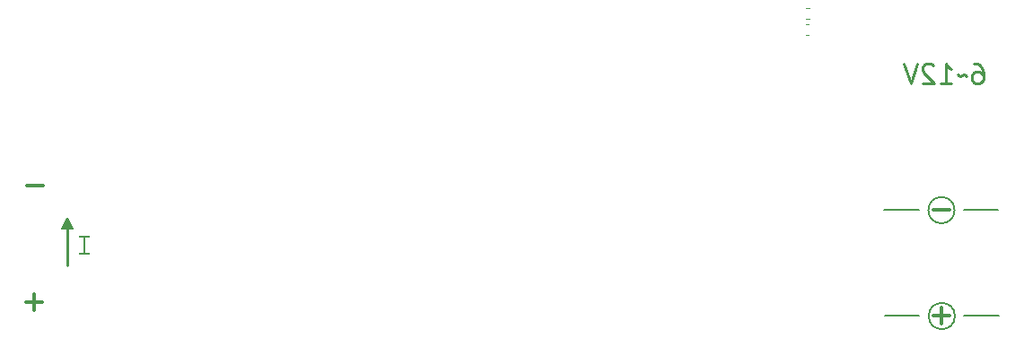
<source format=gbr>
%TF.GenerationSoftware,KiCad,Pcbnew,9.0.4*%
%TF.CreationDate,2025-09-16T16:31:37+02:00*%
%TF.ProjectId,PCB,5043422e-6b69-4636-9164-5f7063625858,rev?*%
%TF.SameCoordinates,Original*%
%TF.FileFunction,Legend,Bot*%
%TF.FilePolarity,Positive*%
%FSLAX46Y46*%
G04 Gerber Fmt 4.6, Leading zero omitted, Abs format (unit mm)*
G04 Created by KiCad (PCBNEW 9.0.4) date 2025-09-16 16:31:37*
%MOMM*%
%LPD*%
G01*
G04 APERTURE LIST*
%ADD10C,0.150000*%
%ADD11C,0.300000*%
%ADD12C,0.250000*%
%ADD13C,0.120000*%
G04 APERTURE END LIST*
D10*
X129800000Y-91900000D02*
X129800000Y-92100000D01*
X129700000Y-92200000D02*
X129800000Y-92200000D01*
X214465725Y-90870048D02*
X217715725Y-90870048D01*
X210215725Y-90870048D02*
X206965725Y-90870048D01*
X213584541Y-90870048D02*
G75*
G02*
X211108657Y-90870048I-1237942J0D01*
G01*
X211108657Y-90870048D02*
G75*
G02*
X213584541Y-90870048I1237942J0D01*
G01*
X214500000Y-100869246D02*
X217750000Y-100869246D01*
X210250000Y-100869246D02*
X207000000Y-100869246D01*
X213618816Y-100869246D02*
G75*
G02*
X211142932Y-100869246I-1237942J0D01*
G01*
X211142932Y-100869246D02*
G75*
G02*
X213618816Y-100869246I1237942J0D01*
G01*
D11*
X213121361Y-90853227D02*
X211597552Y-90853227D01*
X213121361Y-100853227D02*
X211597552Y-100853227D01*
X212359456Y-101615132D02*
X212359456Y-100091322D01*
D12*
G36*
X131019125Y-95094000D02*
G01*
X131973358Y-95094000D01*
X131973358Y-94942764D01*
X131610547Y-94918145D01*
X131610547Y-93469101D01*
X131973358Y-93444481D01*
X131973358Y-93293246D01*
X131019125Y-93293246D01*
X131019125Y-93444481D01*
X131380617Y-93469101D01*
X131380617Y-94918145D01*
X131019125Y-94942764D01*
X131019125Y-95094000D01*
G37*
D10*
X129600000Y-92300000D02*
X130100000Y-92300000D01*
X130200000Y-92300000D02*
X129900000Y-91900000D01*
X129900000Y-91600000D02*
X129400000Y-92600000D01*
X129900000Y-91600000D02*
X130400000Y-92600000D01*
X129400000Y-92600000D02*
X129900000Y-91600000D01*
D12*
X129900000Y-96100000D02*
X129900000Y-91900000D01*
D10*
X129800000Y-91900000D02*
X130000000Y-92200000D01*
X129500000Y-92400000D02*
X130200000Y-92400000D01*
X129500000Y-92500000D02*
X130300000Y-92500000D01*
X130400000Y-92600000D02*
X129400000Y-92600000D01*
X129600000Y-92300000D02*
X129900000Y-91700000D01*
D11*
X127552631Y-88577733D02*
X126028822Y-88577733D01*
X127502631Y-99527733D02*
X125978822Y-99527733D01*
X126740726Y-100289638D02*
X126740726Y-98765828D01*
D12*
X215423837Y-77071420D02*
X215766694Y-77071420D01*
X215766694Y-77071420D02*
X215938122Y-77157134D01*
X215938122Y-77157134D02*
X216023837Y-77242848D01*
X216023837Y-77242848D02*
X216195265Y-77499991D01*
X216195265Y-77499991D02*
X216280979Y-77842848D01*
X216280979Y-77842848D02*
X216280979Y-78528563D01*
X216280979Y-78528563D02*
X216195265Y-78699991D01*
X216195265Y-78699991D02*
X216109551Y-78785706D01*
X216109551Y-78785706D02*
X215938122Y-78871420D01*
X215938122Y-78871420D02*
X215595265Y-78871420D01*
X215595265Y-78871420D02*
X215423837Y-78785706D01*
X215423837Y-78785706D02*
X215338122Y-78699991D01*
X215338122Y-78699991D02*
X215252408Y-78528563D01*
X215252408Y-78528563D02*
X215252408Y-78099991D01*
X215252408Y-78099991D02*
X215338122Y-77928563D01*
X215338122Y-77928563D02*
X215423837Y-77842848D01*
X215423837Y-77842848D02*
X215595265Y-77757134D01*
X215595265Y-77757134D02*
X215938122Y-77757134D01*
X215938122Y-77757134D02*
X216109551Y-77842848D01*
X216109551Y-77842848D02*
X216195265Y-77928563D01*
X216195265Y-77928563D02*
X216280979Y-78099991D01*
X214738122Y-78185706D02*
X214652408Y-78099991D01*
X214652408Y-78099991D02*
X214480979Y-78014277D01*
X214480979Y-78014277D02*
X214138122Y-78185706D01*
X214138122Y-78185706D02*
X213966693Y-78099991D01*
X213966693Y-78099991D02*
X213880979Y-78014277D01*
X212252408Y-78871420D02*
X213280979Y-78871420D01*
X212766694Y-78871420D02*
X212766694Y-77071420D01*
X212766694Y-77071420D02*
X212938122Y-77328563D01*
X212938122Y-77328563D02*
X213109551Y-77499991D01*
X213109551Y-77499991D02*
X213280979Y-77585706D01*
X211566693Y-77242848D02*
X211480979Y-77157134D01*
X211480979Y-77157134D02*
X211309551Y-77071420D01*
X211309551Y-77071420D02*
X210880979Y-77071420D01*
X210880979Y-77071420D02*
X210709551Y-77157134D01*
X210709551Y-77157134D02*
X210623836Y-77242848D01*
X210623836Y-77242848D02*
X210538122Y-77414277D01*
X210538122Y-77414277D02*
X210538122Y-77585706D01*
X210538122Y-77585706D02*
X210623836Y-77842848D01*
X210623836Y-77842848D02*
X211652408Y-78871420D01*
X211652408Y-78871420D02*
X210538122Y-78871420D01*
X210023836Y-77071420D02*
X209423836Y-78871420D01*
X209423836Y-78871420D02*
X208823836Y-77071420D01*
D13*
%TO.C,C404*%
X199559420Y-73290000D02*
X199840580Y-73290000D01*
X199559420Y-74310000D02*
X199840580Y-74310000D01*
%TO.C,FB401*%
X199862779Y-71790000D02*
X199537221Y-71790000D01*
X199862779Y-72810000D02*
X199537221Y-72810000D01*
%TD*%
M02*

</source>
